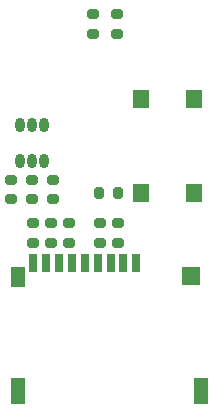
<source format=gtp>
G04 #@! TF.GenerationSoftware,KiCad,Pcbnew,8.0.4*
G04 #@! TF.CreationDate,2024-10-10T13:01:36-07:00*
G04 #@! TF.ProjectId,TelemetryComputer,54656c65-6d65-4747-9279-436f6d707574,rev?*
G04 #@! TF.SameCoordinates,Original*
G04 #@! TF.FileFunction,Paste,Top*
G04 #@! TF.FilePolarity,Positive*
%FSLAX46Y46*%
G04 Gerber Fmt 4.6, Leading zero omitted, Abs format (unit mm)*
G04 Created by KiCad (PCBNEW 8.0.4) date 2024-10-10 13:01:36*
%MOMM*%
%LPD*%
G01*
G04 APERTURE LIST*
G04 Aperture macros list*
%AMRoundRect*
0 Rectangle with rounded corners*
0 $1 Rounding radius*
0 $2 $3 $4 $5 $6 $7 $8 $9 X,Y pos of 4 corners*
0 Add a 4 corners polygon primitive as box body*
4,1,4,$2,$3,$4,$5,$6,$7,$8,$9,$2,$3,0*
0 Add four circle primitives for the rounded corners*
1,1,$1+$1,$2,$3*
1,1,$1+$1,$4,$5*
1,1,$1+$1,$6,$7*
1,1,$1+$1,$8,$9*
0 Add four rect primitives between the rounded corners*
20,1,$1+$1,$2,$3,$4,$5,0*
20,1,$1+$1,$4,$5,$6,$7,0*
20,1,$1+$1,$6,$7,$8,$9,0*
20,1,$1+$1,$8,$9,$2,$3,0*%
G04 Aperture macros list end*
%ADD10RoundRect,0.200000X0.275000X-0.200000X0.275000X0.200000X-0.275000X0.200000X-0.275000X-0.200000X0*%
%ADD11RoundRect,0.200000X-0.275000X0.200000X-0.275000X-0.200000X0.275000X-0.200000X0.275000X0.200000X0*%
%ADD12R,0.711200X1.600200*%
%ADD13R,1.193800X2.209800*%
%ADD14R,1.193800X1.800000*%
%ADD15R,1.600200X1.498600*%
%ADD16O,0.800000X1.250000*%
%ADD17R,1.400000X1.600000*%
%ADD18RoundRect,0.200000X-0.200000X-0.275000X0.200000X-0.275000X0.200000X0.275000X-0.200000X0.275000X0*%
G04 APERTURE END LIST*
D10*
X138650000Y-95975000D03*
X138650000Y-94325000D03*
D11*
X145650000Y-80275000D03*
X145650000Y-81925000D03*
X143584302Y-97975000D03*
X143584302Y-99625000D03*
D12*
X149299993Y-101366398D03*
X148199992Y-101366398D03*
X147099992Y-101366398D03*
X145999991Y-101366398D03*
X144899991Y-101366398D03*
X143799991Y-101366398D03*
X142699990Y-101366398D03*
X141599990Y-101366398D03*
D13*
X139300000Y-112194951D03*
X154800000Y-112194951D03*
D14*
X139303098Y-102567793D03*
D15*
X153900084Y-102417101D03*
D12*
X140499990Y-101366398D03*
D11*
X142042151Y-97975000D03*
X142042151Y-99625000D03*
D10*
X140450000Y-95975000D03*
X140450000Y-94325000D03*
D16*
X141450000Y-89650000D03*
X140450000Y-89650000D03*
X139450000Y-89650000D03*
X139450000Y-92750000D03*
X140450000Y-92750000D03*
X141450000Y-92750000D03*
D11*
X146207847Y-97975000D03*
X146207847Y-99625000D03*
D10*
X147650000Y-81925000D03*
X147650000Y-80275000D03*
D11*
X147750000Y-97975000D03*
X147750000Y-99625000D03*
D10*
X142250000Y-95975000D03*
X142250000Y-94325000D03*
D17*
X149650000Y-95450000D03*
X149650000Y-87450000D03*
X154150000Y-95450000D03*
X154150000Y-87450000D03*
D11*
X140500000Y-97975000D03*
X140500000Y-99625000D03*
D18*
X146100000Y-95450000D03*
X147750000Y-95450000D03*
M02*

</source>
